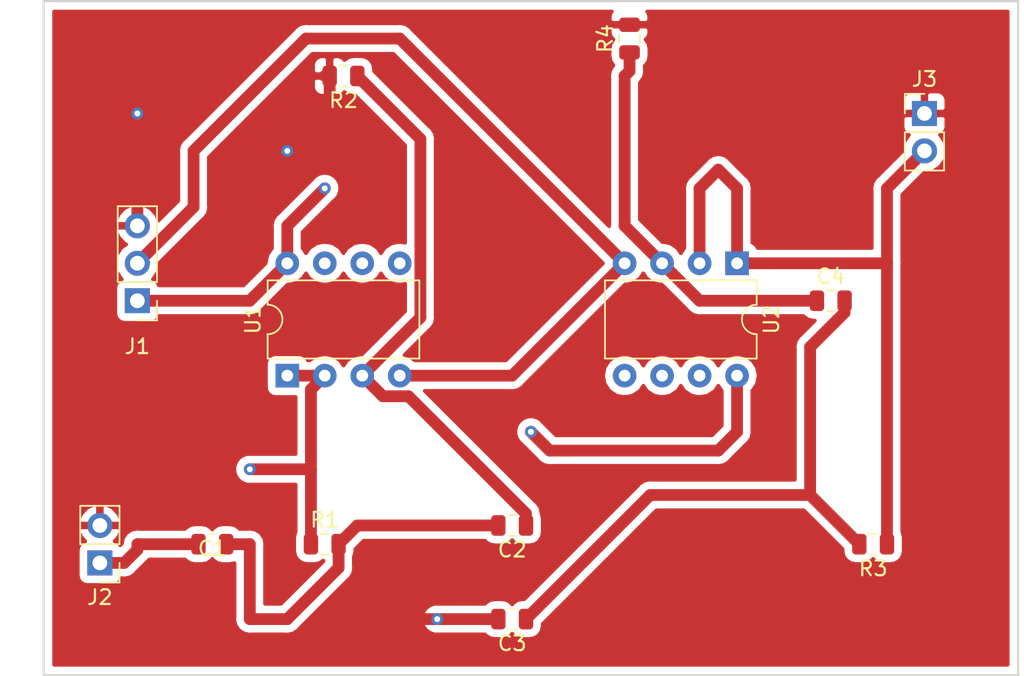
<source format=kicad_pcb>
(kicad_pcb (version 20171130) (host pcbnew "(5.0.2)-1")

  (general
    (thickness 1.6)
    (drawings 5)
    (tracks 87)
    (zones 0)
    (modules 13)
    (nets 11)
  )

  (page A4)
  (layers
    (0 F.Cu signal)
    (31 B.Cu signal)
    (32 B.Adhes user)
    (33 F.Adhes user)
    (34 B.Paste user)
    (35 F.Paste user)
    (36 B.SilkS user)
    (37 F.SilkS user)
    (38 B.Mask user)
    (39 F.Mask user)
    (40 Dwgs.User user)
    (41 Cmts.User user)
    (42 Eco1.User user)
    (43 Eco2.User user)
    (44 Edge.Cuts user)
    (45 Margin user)
    (46 B.CrtYd user)
    (47 F.CrtYd user)
    (48 B.Fab user)
    (49 F.Fab user)
  )

  (setup
    (last_trace_width 0.8)
    (trace_clearance 0.2)
    (zone_clearance 0.508)
    (zone_45_only no)
    (trace_min 0.2)
    (segment_width 0.2)
    (edge_width 0.15)
    (via_size 0.8)
    (via_drill 0.4)
    (via_min_size 0.4)
    (via_min_drill 0.3)
    (uvia_size 0.3)
    (uvia_drill 0.1)
    (uvias_allowed no)
    (uvia_min_size 0.2)
    (uvia_min_drill 0.1)
    (pcb_text_width 0.3)
    (pcb_text_size 1.5 1.5)
    (mod_edge_width 0.15)
    (mod_text_size 1 1)
    (mod_text_width 0.15)
    (pad_size 1.524 1.524)
    (pad_drill 0.762)
    (pad_to_mask_clearance 0.051)
    (solder_mask_min_width 0.25)
    (aux_axis_origin 0 0)
    (visible_elements FFFFFF7F)
    (pcbplotparams
      (layerselection 0x010fc_ffffffff)
      (usegerberextensions false)
      (usegerberattributes false)
      (usegerberadvancedattributes false)
      (creategerberjobfile false)
      (excludeedgelayer true)
      (linewidth 0.100000)
      (plotframeref false)
      (viasonmask false)
      (mode 1)
      (useauxorigin false)
      (hpglpennumber 1)
      (hpglpenspeed 20)
      (hpglpendiameter 15.000000)
      (psnegative false)
      (psa4output false)
      (plotreference true)
      (plotvalue true)
      (plotinvisibletext false)
      (padsonsilk false)
      (subtractmaskfromsilk false)
      (outputformat 1)
      (mirror false)
      (drillshape 1)
      (scaleselection 1)
      (outputdirectory ""))
  )

  (net 0 "")
  (net 1 "Net-(C1-Pad2)")
  (net 2 "Net-(C1-Pad1)")
  (net 3 "Net-(C2-Pad1)")
  (net 4 "Net-(C3-Pad2)")
  (net 5 "Net-(C3-Pad1)")
  (net 6 "Net-(C4-Pad1)")
  (net 7 +15V)
  (net 8 -15V)
  (net 9 GND)
  (net 10 "Net-(J3-Pad2)")

  (net_class Default "Esta es la clase de red por defecto."
    (clearance 0.2)
    (trace_width 0.8)
    (via_dia 0.8)
    (via_drill 0.4)
    (uvia_dia 0.3)
    (uvia_drill 0.1)
    (add_net +15V)
    (add_net -15V)
    (add_net GND)
    (add_net "Net-(C1-Pad1)")
    (add_net "Net-(C1-Pad2)")
    (add_net "Net-(C2-Pad1)")
    (add_net "Net-(C3-Pad1)")
    (add_net "Net-(C3-Pad2)")
    (add_net "Net-(C4-Pad1)")
    (add_net "Net-(J3-Pad2)")
  )

  (module Capacitor_SMD:C_0805_2012Metric (layer F.Cu) (tedit 5B36C52B) (tstamp 5C49BE0A)
    (at 107.95 88.9 180)
    (descr "Capacitor SMD 0805 (2012 Metric), square (rectangular) end terminal, IPC_7351 nominal, (Body size source: https://docs.google.com/spreadsheets/d/1BsfQQcO9C6DZCsRaXUlFlo91Tg2WpOkGARC1WS5S8t0/edit?usp=sharing), generated with kicad-footprint-generator")
    (tags capacitor)
    (path /5C47B8DA)
    (attr smd)
    (fp_text reference C1 (at 0 -0.295001 180) (layer F.SilkS)
      (effects (font (size 1 1) (thickness 0.15)))
    )
    (fp_text value C (at 0 1.65 180) (layer F.Fab)
      (effects (font (size 1 1) (thickness 0.15)))
    )
    (fp_text user %R (at 0 0 180) (layer F.Fab)
      (effects (font (size 0.5 0.5) (thickness 0.08)))
    )
    (fp_line (start 1.68 0.95) (end -1.68 0.95) (layer F.CrtYd) (width 0.05))
    (fp_line (start 1.68 -0.95) (end 1.68 0.95) (layer F.CrtYd) (width 0.05))
    (fp_line (start -1.68 -0.95) (end 1.68 -0.95) (layer F.CrtYd) (width 0.05))
    (fp_line (start -1.68 0.95) (end -1.68 -0.95) (layer F.CrtYd) (width 0.05))
    (fp_line (start -0.258578 0.71) (end 0.258578 0.71) (layer F.SilkS) (width 0.12))
    (fp_line (start -0.258578 -0.71) (end 0.258578 -0.71) (layer F.SilkS) (width 0.12))
    (fp_line (start 1 0.6) (end -1 0.6) (layer F.Fab) (width 0.1))
    (fp_line (start 1 -0.6) (end 1 0.6) (layer F.Fab) (width 0.1))
    (fp_line (start -1 -0.6) (end 1 -0.6) (layer F.Fab) (width 0.1))
    (fp_line (start -1 0.6) (end -1 -0.6) (layer F.Fab) (width 0.1))
    (pad 2 smd roundrect (at 0.9375 0 180) (size 0.975 1.4) (layers F.Cu F.Paste F.Mask) (roundrect_rratio 0.25)
      (net 1 "Net-(C1-Pad2)"))
    (pad 1 smd roundrect (at -0.9375 0 180) (size 0.975 1.4) (layers F.Cu F.Paste F.Mask) (roundrect_rratio 0.25)
      (net 2 "Net-(C1-Pad1)"))
    (model ${KISYS3DMOD}/Capacitor_SMD.3dshapes/C_0805_2012Metric.wrl
      (at (xyz 0 0 0))
      (scale (xyz 1 1 1))
      (rotate (xyz 0 0 0))
    )
  )

  (module Capacitor_SMD:C_0805_2012Metric (layer F.Cu) (tedit 5B36C52B) (tstamp 5C49BE1B)
    (at 128.27 87.63 180)
    (descr "Capacitor SMD 0805 (2012 Metric), square (rectangular) end terminal, IPC_7351 nominal, (Body size source: https://docs.google.com/spreadsheets/d/1BsfQQcO9C6DZCsRaXUlFlo91Tg2WpOkGARC1WS5S8t0/edit?usp=sharing), generated with kicad-footprint-generator")
    (tags capacitor)
    (path /5C475963)
    (attr smd)
    (fp_text reference C2 (at 0 -1.65 180) (layer F.SilkS)
      (effects (font (size 1 1) (thickness 0.15)))
    )
    (fp_text value C (at 0 1.65 180) (layer F.Fab)
      (effects (font (size 1 1) (thickness 0.15)))
    )
    (fp_line (start -1 0.6) (end -1 -0.6) (layer F.Fab) (width 0.1))
    (fp_line (start -1 -0.6) (end 1 -0.6) (layer F.Fab) (width 0.1))
    (fp_line (start 1 -0.6) (end 1 0.6) (layer F.Fab) (width 0.1))
    (fp_line (start 1 0.6) (end -1 0.6) (layer F.Fab) (width 0.1))
    (fp_line (start -0.258578 -0.71) (end 0.258578 -0.71) (layer F.SilkS) (width 0.12))
    (fp_line (start -0.258578 0.71) (end 0.258578 0.71) (layer F.SilkS) (width 0.12))
    (fp_line (start -1.68 0.95) (end -1.68 -0.95) (layer F.CrtYd) (width 0.05))
    (fp_line (start -1.68 -0.95) (end 1.68 -0.95) (layer F.CrtYd) (width 0.05))
    (fp_line (start 1.68 -0.95) (end 1.68 0.95) (layer F.CrtYd) (width 0.05))
    (fp_line (start 1.68 0.95) (end -1.68 0.95) (layer F.CrtYd) (width 0.05))
    (fp_text user %R (at 0 0 180) (layer F.Fab)
      (effects (font (size 0.5 0.5) (thickness 0.08)))
    )
    (pad 1 smd roundrect (at -0.9375 0 180) (size 0.975 1.4) (layers F.Cu F.Paste F.Mask) (roundrect_rratio 0.25)
      (net 3 "Net-(C2-Pad1)"))
    (pad 2 smd roundrect (at 0.9375 0 180) (size 0.975 1.4) (layers F.Cu F.Paste F.Mask) (roundrect_rratio 0.25)
      (net 2 "Net-(C1-Pad1)"))
    (model ${KISYS3DMOD}/Capacitor_SMD.3dshapes/C_0805_2012Metric.wrl
      (at (xyz 0 0 0))
      (scale (xyz 1 1 1))
      (rotate (xyz 0 0 0))
    )
  )

  (module Resistor_SMD:R_0805_2012Metric (layer F.Cu) (tedit 5B36C52B) (tstamp 5C49BE91)
    (at 115.57 88.9)
    (descr "Resistor SMD 0805 (2012 Metric), square (rectangular) end terminal, IPC_7351 nominal, (Body size source: https://docs.google.com/spreadsheets/d/1BsfQQcO9C6DZCsRaXUlFlo91Tg2WpOkGARC1WS5S8t0/edit?usp=sharing), generated with kicad-footprint-generator")
    (tags resistor)
    (path /5C4754AB)
    (attr smd)
    (fp_text reference R1 (at 0 -1.65) (layer F.SilkS)
      (effects (font (size 1 1) (thickness 0.15)))
    )
    (fp_text value R (at 0 1.65) (layer F.Fab)
      (effects (font (size 1 1) (thickness 0.15)))
    )
    (fp_line (start -1 0.6) (end -1 -0.6) (layer F.Fab) (width 0.1))
    (fp_line (start -1 -0.6) (end 1 -0.6) (layer F.Fab) (width 0.1))
    (fp_line (start 1 -0.6) (end 1 0.6) (layer F.Fab) (width 0.1))
    (fp_line (start 1 0.6) (end -1 0.6) (layer F.Fab) (width 0.1))
    (fp_line (start -0.258578 -0.71) (end 0.258578 -0.71) (layer F.SilkS) (width 0.12))
    (fp_line (start -0.258578 0.71) (end 0.258578 0.71) (layer F.SilkS) (width 0.12))
    (fp_line (start -1.68 0.95) (end -1.68 -0.95) (layer F.CrtYd) (width 0.05))
    (fp_line (start -1.68 -0.95) (end 1.68 -0.95) (layer F.CrtYd) (width 0.05))
    (fp_line (start 1.68 -0.95) (end 1.68 0.95) (layer F.CrtYd) (width 0.05))
    (fp_line (start 1.68 0.95) (end -1.68 0.95) (layer F.CrtYd) (width 0.05))
    (fp_text user %R (at 0 0) (layer F.Fab)
      (effects (font (size 0.5 0.5) (thickness 0.08)))
    )
    (pad 1 smd roundrect (at -0.9375 0) (size 0.975 1.4) (layers F.Cu F.Paste F.Mask) (roundrect_rratio 0.25)
      (net 4 "Net-(C3-Pad2)"))
    (pad 2 smd roundrect (at 0.9375 0) (size 0.975 1.4) (layers F.Cu F.Paste F.Mask) (roundrect_rratio 0.25)
      (net 2 "Net-(C1-Pad1)"))
    (model ${KISYS3DMOD}/Resistor_SMD.3dshapes/R_0805_2012Metric.wrl
      (at (xyz 0 0 0))
      (scale (xyz 1 1 1))
      (rotate (xyz 0 0 0))
    )
  )

  (module Capacitor_SMD:C_0805_2012Metric (layer F.Cu) (tedit 5B36C52B) (tstamp 5C49BE2C)
    (at 128.27 93.98 180)
    (descr "Capacitor SMD 0805 (2012 Metric), square (rectangular) end terminal, IPC_7351 nominal, (Body size source: https://docs.google.com/spreadsheets/d/1BsfQQcO9C6DZCsRaXUlFlo91Tg2WpOkGARC1WS5S8t0/edit?usp=sharing), generated with kicad-footprint-generator")
    (tags capacitor)
    (path /5C4759A5)
    (attr smd)
    (fp_text reference C3 (at 0 -1.65 180) (layer F.SilkS)
      (effects (font (size 1 1) (thickness 0.15)))
    )
    (fp_text value C (at 0 1.65 180) (layer F.Fab)
      (effects (font (size 1 1) (thickness 0.15)))
    )
    (fp_text user %R (at 0 0 180) (layer F.Fab)
      (effects (font (size 0.5 0.5) (thickness 0.08)))
    )
    (fp_line (start 1.68 0.95) (end -1.68 0.95) (layer F.CrtYd) (width 0.05))
    (fp_line (start 1.68 -0.95) (end 1.68 0.95) (layer F.CrtYd) (width 0.05))
    (fp_line (start -1.68 -0.95) (end 1.68 -0.95) (layer F.CrtYd) (width 0.05))
    (fp_line (start -1.68 0.95) (end -1.68 -0.95) (layer F.CrtYd) (width 0.05))
    (fp_line (start -0.258578 0.71) (end 0.258578 0.71) (layer F.SilkS) (width 0.12))
    (fp_line (start -0.258578 -0.71) (end 0.258578 -0.71) (layer F.SilkS) (width 0.12))
    (fp_line (start 1 0.6) (end -1 0.6) (layer F.Fab) (width 0.1))
    (fp_line (start 1 -0.6) (end 1 0.6) (layer F.Fab) (width 0.1))
    (fp_line (start -1 -0.6) (end 1 -0.6) (layer F.Fab) (width 0.1))
    (fp_line (start -1 0.6) (end -1 -0.6) (layer F.Fab) (width 0.1))
    (pad 2 smd roundrect (at 0.9375 0 180) (size 0.975 1.4) (layers F.Cu F.Paste F.Mask) (roundrect_rratio 0.25)
      (net 4 "Net-(C3-Pad2)"))
    (pad 1 smd roundrect (at -0.9375 0 180) (size 0.975 1.4) (layers F.Cu F.Paste F.Mask) (roundrect_rratio 0.25)
      (net 5 "Net-(C3-Pad1)"))
    (model ${KISYS3DMOD}/Capacitor_SMD.3dshapes/C_0805_2012Metric.wrl
      (at (xyz 0 0 0))
      (scale (xyz 1 1 1))
      (rotate (xyz 0 0 0))
    )
  )

  (module Capacitor_SMD:C_0805_2012Metric (layer F.Cu) (tedit 5B36C52B) (tstamp 5C49BE3D)
    (at 149.86 72.39)
    (descr "Capacitor SMD 0805 (2012 Metric), square (rectangular) end terminal, IPC_7351 nominal, (Body size source: https://docs.google.com/spreadsheets/d/1BsfQQcO9C6DZCsRaXUlFlo91Tg2WpOkGARC1WS5S8t0/edit?usp=sharing), generated with kicad-footprint-generator")
    (tags capacitor)
    (path /5C475AC9)
    (attr smd)
    (fp_text reference C4 (at 0 -1.65) (layer F.SilkS)
      (effects (font (size 1 1) (thickness 0.15)))
    )
    (fp_text value C (at 0 1.65) (layer F.Fab)
      (effects (font (size 1 1) (thickness 0.15)))
    )
    (fp_line (start -1 0.6) (end -1 -0.6) (layer F.Fab) (width 0.1))
    (fp_line (start -1 -0.6) (end 1 -0.6) (layer F.Fab) (width 0.1))
    (fp_line (start 1 -0.6) (end 1 0.6) (layer F.Fab) (width 0.1))
    (fp_line (start 1 0.6) (end -1 0.6) (layer F.Fab) (width 0.1))
    (fp_line (start -0.258578 -0.71) (end 0.258578 -0.71) (layer F.SilkS) (width 0.12))
    (fp_line (start -0.258578 0.71) (end 0.258578 0.71) (layer F.SilkS) (width 0.12))
    (fp_line (start -1.68 0.95) (end -1.68 -0.95) (layer F.CrtYd) (width 0.05))
    (fp_line (start -1.68 -0.95) (end 1.68 -0.95) (layer F.CrtYd) (width 0.05))
    (fp_line (start 1.68 -0.95) (end 1.68 0.95) (layer F.CrtYd) (width 0.05))
    (fp_line (start 1.68 0.95) (end -1.68 0.95) (layer F.CrtYd) (width 0.05))
    (fp_text user %R (at 0 0) (layer F.Fab)
      (effects (font (size 0.5 0.5) (thickness 0.08)))
    )
    (pad 1 smd roundrect (at -0.9375 0) (size 0.975 1.4) (layers F.Cu F.Paste F.Mask) (roundrect_rratio 0.25)
      (net 6 "Net-(C4-Pad1)"))
    (pad 2 smd roundrect (at 0.9375 0) (size 0.975 1.4) (layers F.Cu F.Paste F.Mask) (roundrect_rratio 0.25)
      (net 5 "Net-(C3-Pad1)"))
    (model ${KISYS3DMOD}/Capacitor_SMD.3dshapes/C_0805_2012Metric.wrl
      (at (xyz 0 0 0))
      (scale (xyz 1 1 1))
      (rotate (xyz 0 0 0))
    )
  )

  (module Connector_PinHeader_2.54mm:PinHeader_1x03_P2.54mm_Vertical (layer F.Cu) (tedit 59FED5CC) (tstamp 5C49BE54)
    (at 102.87 72.39 180)
    (descr "Through hole straight pin header, 1x03, 2.54mm pitch, single row")
    (tags "Through hole pin header THT 1x03 2.54mm single row")
    (path /5C4751E2)
    (fp_text reference J1 (at 0 -3.095001 180) (layer F.SilkS)
      (effects (font (size 1 1) (thickness 0.15)))
    )
    (fp_text value Conn_01x03_Male (at 0 7.41 180) (layer F.Fab)
      (effects (font (size 1 1) (thickness 0.15)))
    )
    (fp_line (start -0.635 -1.27) (end 1.27 -1.27) (layer F.Fab) (width 0.1))
    (fp_line (start 1.27 -1.27) (end 1.27 6.35) (layer F.Fab) (width 0.1))
    (fp_line (start 1.27 6.35) (end -1.27 6.35) (layer F.Fab) (width 0.1))
    (fp_line (start -1.27 6.35) (end -1.27 -0.635) (layer F.Fab) (width 0.1))
    (fp_line (start -1.27 -0.635) (end -0.635 -1.27) (layer F.Fab) (width 0.1))
    (fp_line (start -1.33 6.41) (end 1.33 6.41) (layer F.SilkS) (width 0.12))
    (fp_line (start -1.33 1.27) (end -1.33 6.41) (layer F.SilkS) (width 0.12))
    (fp_line (start 1.33 1.27) (end 1.33 6.41) (layer F.SilkS) (width 0.12))
    (fp_line (start -1.33 1.27) (end 1.33 1.27) (layer F.SilkS) (width 0.12))
    (fp_line (start -1.33 0) (end -1.33 -1.33) (layer F.SilkS) (width 0.12))
    (fp_line (start -1.33 -1.33) (end 0 -1.33) (layer F.SilkS) (width 0.12))
    (fp_line (start -1.8 -1.8) (end -1.8 6.85) (layer F.CrtYd) (width 0.05))
    (fp_line (start -1.8 6.85) (end 1.8 6.85) (layer F.CrtYd) (width 0.05))
    (fp_line (start 1.8 6.85) (end 1.8 -1.8) (layer F.CrtYd) (width 0.05))
    (fp_line (start 1.8 -1.8) (end -1.8 -1.8) (layer F.CrtYd) (width 0.05))
    (fp_text user %R (at 0 2.54 270) (layer F.Fab)
      (effects (font (size 1 1) (thickness 0.15)))
    )
    (pad 1 thru_hole rect (at 0 0 180) (size 1.7 1.7) (drill 1) (layers *.Cu *.Mask)
      (net 7 +15V))
    (pad 2 thru_hole oval (at 0 2.54 180) (size 1.7 1.7) (drill 1) (layers *.Cu *.Mask)
      (net 8 -15V))
    (pad 3 thru_hole oval (at 0 5.08 180) (size 1.7 1.7) (drill 1) (layers *.Cu *.Mask)
      (net 9 GND))
    (model ${KISYS3DMOD}/Connector_PinHeader_2.54mm.3dshapes/PinHeader_1x03_P2.54mm_Vertical.wrl
      (at (xyz 0 0 0))
      (scale (xyz 1 1 1))
      (rotate (xyz 0 0 0))
    )
  )

  (module Connector_PinHeader_2.54mm:PinHeader_1x02_P2.54mm_Vertical (layer F.Cu) (tedit 59FED5CC) (tstamp 5C49BE6A)
    (at 100.33 90.17 180)
    (descr "Through hole straight pin header, 1x02, 2.54mm pitch, single row")
    (tags "Through hole pin header THT 1x02 2.54mm single row")
    (path /5C47526A)
    (fp_text reference J2 (at 0 -2.33 180) (layer F.SilkS)
      (effects (font (size 1 1) (thickness 0.15)))
    )
    (fp_text value Conn_01x02_Male (at 0 4.87 180) (layer F.Fab)
      (effects (font (size 1 1) (thickness 0.15)))
    )
    (fp_line (start -0.635 -1.27) (end 1.27 -1.27) (layer F.Fab) (width 0.1))
    (fp_line (start 1.27 -1.27) (end 1.27 3.81) (layer F.Fab) (width 0.1))
    (fp_line (start 1.27 3.81) (end -1.27 3.81) (layer F.Fab) (width 0.1))
    (fp_line (start -1.27 3.81) (end -1.27 -0.635) (layer F.Fab) (width 0.1))
    (fp_line (start -1.27 -0.635) (end -0.635 -1.27) (layer F.Fab) (width 0.1))
    (fp_line (start -1.33 3.87) (end 1.33 3.87) (layer F.SilkS) (width 0.12))
    (fp_line (start -1.33 1.27) (end -1.33 3.87) (layer F.SilkS) (width 0.12))
    (fp_line (start 1.33 1.27) (end 1.33 3.87) (layer F.SilkS) (width 0.12))
    (fp_line (start -1.33 1.27) (end 1.33 1.27) (layer F.SilkS) (width 0.12))
    (fp_line (start -1.33 0) (end -1.33 -1.33) (layer F.SilkS) (width 0.12))
    (fp_line (start -1.33 -1.33) (end 0 -1.33) (layer F.SilkS) (width 0.12))
    (fp_line (start -1.8 -1.8) (end -1.8 4.35) (layer F.CrtYd) (width 0.05))
    (fp_line (start -1.8 4.35) (end 1.8 4.35) (layer F.CrtYd) (width 0.05))
    (fp_line (start 1.8 4.35) (end 1.8 -1.8) (layer F.CrtYd) (width 0.05))
    (fp_line (start 1.8 -1.8) (end -1.8 -1.8) (layer F.CrtYd) (width 0.05))
    (fp_text user %R (at 0 1.27 270) (layer F.Fab)
      (effects (font (size 1 1) (thickness 0.15)))
    )
    (pad 1 thru_hole rect (at 0 0 180) (size 1.7 1.7) (drill 1) (layers *.Cu *.Mask)
      (net 1 "Net-(C1-Pad2)"))
    (pad 2 thru_hole oval (at 0 2.54 180) (size 1.7 1.7) (drill 1) (layers *.Cu *.Mask)
      (net 9 GND))
    (model ${KISYS3DMOD}/Connector_PinHeader_2.54mm.3dshapes/PinHeader_1x02_P2.54mm_Vertical.wrl
      (at (xyz 0 0 0))
      (scale (xyz 1 1 1))
      (rotate (xyz 0 0 0))
    )
  )

  (module Connector_PinHeader_2.54mm:PinHeader_1x02_P2.54mm_Vertical (layer F.Cu) (tedit 59FED5CC) (tstamp 5C49BE80)
    (at 156.21 59.69)
    (descr "Through hole straight pin header, 1x02, 2.54mm pitch, single row")
    (tags "Through hole pin header THT 1x02 2.54mm single row")
    (path /5C49C011)
    (fp_text reference J3 (at 0 -2.33) (layer F.SilkS)
      (effects (font (size 1 1) (thickness 0.15)))
    )
    (fp_text value Conn_01x02_Male (at 0 4.87) (layer F.Fab)
      (effects (font (size 1 1) (thickness 0.15)))
    )
    (fp_text user %R (at 0 1.27 90) (layer F.Fab)
      (effects (font (size 1 1) (thickness 0.15)))
    )
    (fp_line (start 1.8 -1.8) (end -1.8 -1.8) (layer F.CrtYd) (width 0.05))
    (fp_line (start 1.8 4.35) (end 1.8 -1.8) (layer F.CrtYd) (width 0.05))
    (fp_line (start -1.8 4.35) (end 1.8 4.35) (layer F.CrtYd) (width 0.05))
    (fp_line (start -1.8 -1.8) (end -1.8 4.35) (layer F.CrtYd) (width 0.05))
    (fp_line (start -1.33 -1.33) (end 0 -1.33) (layer F.SilkS) (width 0.12))
    (fp_line (start -1.33 0) (end -1.33 -1.33) (layer F.SilkS) (width 0.12))
    (fp_line (start -1.33 1.27) (end 1.33 1.27) (layer F.SilkS) (width 0.12))
    (fp_line (start 1.33 1.27) (end 1.33 3.87) (layer F.SilkS) (width 0.12))
    (fp_line (start -1.33 1.27) (end -1.33 3.87) (layer F.SilkS) (width 0.12))
    (fp_line (start -1.33 3.87) (end 1.33 3.87) (layer F.SilkS) (width 0.12))
    (fp_line (start -1.27 -0.635) (end -0.635 -1.27) (layer F.Fab) (width 0.1))
    (fp_line (start -1.27 3.81) (end -1.27 -0.635) (layer F.Fab) (width 0.1))
    (fp_line (start 1.27 3.81) (end -1.27 3.81) (layer F.Fab) (width 0.1))
    (fp_line (start 1.27 -1.27) (end 1.27 3.81) (layer F.Fab) (width 0.1))
    (fp_line (start -0.635 -1.27) (end 1.27 -1.27) (layer F.Fab) (width 0.1))
    (pad 2 thru_hole oval (at 0 2.54) (size 1.7 1.7) (drill 1) (layers *.Cu *.Mask)
      (net 10 "Net-(J3-Pad2)"))
    (pad 1 thru_hole rect (at 0 0) (size 1.7 1.7) (drill 1) (layers *.Cu *.Mask)
      (net 9 GND))
    (model ${KISYS3DMOD}/Connector_PinHeader_2.54mm.3dshapes/PinHeader_1x02_P2.54mm_Vertical.wrl
      (at (xyz 0 0 0))
      (scale (xyz 1 1 1))
      (rotate (xyz 0 0 0))
    )
  )

  (module Resistor_SMD:R_0805_2012Metric (layer F.Cu) (tedit 5B36C52B) (tstamp 5C49BEA2)
    (at 116.84 57.15 180)
    (descr "Resistor SMD 0805 (2012 Metric), square (rectangular) end terminal, IPC_7351 nominal, (Body size source: https://docs.google.com/spreadsheets/d/1BsfQQcO9C6DZCsRaXUlFlo91Tg2WpOkGARC1WS5S8t0/edit?usp=sharing), generated with kicad-footprint-generator")
    (tags resistor)
    (path /5C47543B)
    (attr smd)
    (fp_text reference R2 (at 0 -1.65 180) (layer F.SilkS)
      (effects (font (size 1 1) (thickness 0.15)))
    )
    (fp_text value R (at 0 1.65 180) (layer F.Fab)
      (effects (font (size 1 1) (thickness 0.15)))
    )
    (fp_text user %R (at 0 0 180) (layer F.Fab)
      (effects (font (size 0.5 0.5) (thickness 0.08)))
    )
    (fp_line (start 1.68 0.95) (end -1.68 0.95) (layer F.CrtYd) (width 0.05))
    (fp_line (start 1.68 -0.95) (end 1.68 0.95) (layer F.CrtYd) (width 0.05))
    (fp_line (start -1.68 -0.95) (end 1.68 -0.95) (layer F.CrtYd) (width 0.05))
    (fp_line (start -1.68 0.95) (end -1.68 -0.95) (layer F.CrtYd) (width 0.05))
    (fp_line (start -0.258578 0.71) (end 0.258578 0.71) (layer F.SilkS) (width 0.12))
    (fp_line (start -0.258578 -0.71) (end 0.258578 -0.71) (layer F.SilkS) (width 0.12))
    (fp_line (start 1 0.6) (end -1 0.6) (layer F.Fab) (width 0.1))
    (fp_line (start 1 -0.6) (end 1 0.6) (layer F.Fab) (width 0.1))
    (fp_line (start -1 -0.6) (end 1 -0.6) (layer F.Fab) (width 0.1))
    (fp_line (start -1 0.6) (end -1 -0.6) (layer F.Fab) (width 0.1))
    (pad 2 smd roundrect (at 0.9375 0 180) (size 0.975 1.4) (layers F.Cu F.Paste F.Mask) (roundrect_rratio 0.25)
      (net 9 GND))
    (pad 1 smd roundrect (at -0.9375 0 180) (size 0.975 1.4) (layers F.Cu F.Paste F.Mask) (roundrect_rratio 0.25)
      (net 3 "Net-(C2-Pad1)"))
    (model ${KISYS3DMOD}/Resistor_SMD.3dshapes/R_0805_2012Metric.wrl
      (at (xyz 0 0 0))
      (scale (xyz 1 1 1))
      (rotate (xyz 0 0 0))
    )
  )

  (module Resistor_SMD:R_0805_2012Metric (layer F.Cu) (tedit 5B36C52B) (tstamp 5C49BEB3)
    (at 152.7325 88.9 180)
    (descr "Resistor SMD 0805 (2012 Metric), square (rectangular) end terminal, IPC_7351 nominal, (Body size source: https://docs.google.com/spreadsheets/d/1BsfQQcO9C6DZCsRaXUlFlo91Tg2WpOkGARC1WS5S8t0/edit?usp=sharing), generated with kicad-footprint-generator")
    (tags resistor)
    (path /5C4754EB)
    (attr smd)
    (fp_text reference R3 (at 0 -1.65 180) (layer F.SilkS)
      (effects (font (size 1 1) (thickness 0.15)))
    )
    (fp_text value R (at 0 1.65 180) (layer F.Fab)
      (effects (font (size 1 1) (thickness 0.15)))
    )
    (fp_text user %R (at 0 0 180) (layer F.Fab)
      (effects (font (size 0.5 0.5) (thickness 0.08)))
    )
    (fp_line (start 1.68 0.95) (end -1.68 0.95) (layer F.CrtYd) (width 0.05))
    (fp_line (start 1.68 -0.95) (end 1.68 0.95) (layer F.CrtYd) (width 0.05))
    (fp_line (start -1.68 -0.95) (end 1.68 -0.95) (layer F.CrtYd) (width 0.05))
    (fp_line (start -1.68 0.95) (end -1.68 -0.95) (layer F.CrtYd) (width 0.05))
    (fp_line (start -0.258578 0.71) (end 0.258578 0.71) (layer F.SilkS) (width 0.12))
    (fp_line (start -0.258578 -0.71) (end 0.258578 -0.71) (layer F.SilkS) (width 0.12))
    (fp_line (start 1 0.6) (end -1 0.6) (layer F.Fab) (width 0.1))
    (fp_line (start 1 -0.6) (end 1 0.6) (layer F.Fab) (width 0.1))
    (fp_line (start -1 -0.6) (end 1 -0.6) (layer F.Fab) (width 0.1))
    (fp_line (start -1 0.6) (end -1 -0.6) (layer F.Fab) (width 0.1))
    (pad 2 smd roundrect (at 0.9375 0 180) (size 0.975 1.4) (layers F.Cu F.Paste F.Mask) (roundrect_rratio 0.25)
      (net 5 "Net-(C3-Pad1)"))
    (pad 1 smd roundrect (at -0.9375 0 180) (size 0.975 1.4) (layers F.Cu F.Paste F.Mask) (roundrect_rratio 0.25)
      (net 10 "Net-(J3-Pad2)"))
    (model ${KISYS3DMOD}/Resistor_SMD.3dshapes/R_0805_2012Metric.wrl
      (at (xyz 0 0 0))
      (scale (xyz 1 1 1))
      (rotate (xyz 0 0 0))
    )
  )

  (module Resistor_SMD:R_0805_2012Metric (layer F.Cu) (tedit 5B36C52B) (tstamp 5C49BEC4)
    (at 136.2225 54.61 90)
    (descr "Resistor SMD 0805 (2012 Metric), square (rectangular) end terminal, IPC_7351 nominal, (Body size source: https://docs.google.com/spreadsheets/d/1BsfQQcO9C6DZCsRaXUlFlo91Tg2WpOkGARC1WS5S8t0/edit?usp=sharing), generated with kicad-footprint-generator")
    (tags resistor)
    (path /5C475329)
    (attr smd)
    (fp_text reference R4 (at 0 -1.65 90) (layer F.SilkS)
      (effects (font (size 1 1) (thickness 0.15)))
    )
    (fp_text value R (at 0 1.65 90) (layer F.Fab)
      (effects (font (size 1 1) (thickness 0.15)))
    )
    (fp_line (start -1 0.6) (end -1 -0.6) (layer F.Fab) (width 0.1))
    (fp_line (start -1 -0.6) (end 1 -0.6) (layer F.Fab) (width 0.1))
    (fp_line (start 1 -0.6) (end 1 0.6) (layer F.Fab) (width 0.1))
    (fp_line (start 1 0.6) (end -1 0.6) (layer F.Fab) (width 0.1))
    (fp_line (start -0.258578 -0.71) (end 0.258578 -0.71) (layer F.SilkS) (width 0.12))
    (fp_line (start -0.258578 0.71) (end 0.258578 0.71) (layer F.SilkS) (width 0.12))
    (fp_line (start -1.68 0.95) (end -1.68 -0.95) (layer F.CrtYd) (width 0.05))
    (fp_line (start -1.68 -0.95) (end 1.68 -0.95) (layer F.CrtYd) (width 0.05))
    (fp_line (start 1.68 -0.95) (end 1.68 0.95) (layer F.CrtYd) (width 0.05))
    (fp_line (start 1.68 0.95) (end -1.68 0.95) (layer F.CrtYd) (width 0.05))
    (fp_text user %R (at 0 0 90) (layer F.Fab)
      (effects (font (size 0.5 0.5) (thickness 0.08)))
    )
    (pad 1 smd roundrect (at -0.9375 0 90) (size 0.975 1.4) (layers F.Cu F.Paste F.Mask) (roundrect_rratio 0.25)
      (net 6 "Net-(C4-Pad1)"))
    (pad 2 smd roundrect (at 0.9375 0 90) (size 0.975 1.4) (layers F.Cu F.Paste F.Mask) (roundrect_rratio 0.25)
      (net 9 GND))
    (model ${KISYS3DMOD}/Resistor_SMD.3dshapes/R_0805_2012Metric.wrl
      (at (xyz 0 0 0))
      (scale (xyz 1 1 1))
      (rotate (xyz 0 0 0))
    )
  )

  (module Package_DIP:DIP-8_W7.62mm (layer F.Cu) (tedit 5A02E8C5) (tstamp 5C49BEE0)
    (at 113.03 77.47 90)
    (descr "8-lead though-hole mounted DIP package, row spacing 7.62 mm (300 mils)")
    (tags "THT DIP DIL PDIP 2.54mm 7.62mm 300mil")
    (path /5C475002)
    (fp_text reference U1 (at 3.81 -2.33 90) (layer F.SilkS)
      (effects (font (size 1 1) (thickness 0.15)))
    )
    (fp_text value LM358 (at 3.81 9.95 90) (layer F.Fab)
      (effects (font (size 1 1) (thickness 0.15)))
    )
    (fp_arc (start 3.81 -1.33) (end 2.81 -1.33) (angle -180) (layer F.SilkS) (width 0.12))
    (fp_line (start 1.635 -1.27) (end 6.985 -1.27) (layer F.Fab) (width 0.1))
    (fp_line (start 6.985 -1.27) (end 6.985 8.89) (layer F.Fab) (width 0.1))
    (fp_line (start 6.985 8.89) (end 0.635 8.89) (layer F.Fab) (width 0.1))
    (fp_line (start 0.635 8.89) (end 0.635 -0.27) (layer F.Fab) (width 0.1))
    (fp_line (start 0.635 -0.27) (end 1.635 -1.27) (layer F.Fab) (width 0.1))
    (fp_line (start 2.81 -1.33) (end 1.16 -1.33) (layer F.SilkS) (width 0.12))
    (fp_line (start 1.16 -1.33) (end 1.16 8.95) (layer F.SilkS) (width 0.12))
    (fp_line (start 1.16 8.95) (end 6.46 8.95) (layer F.SilkS) (width 0.12))
    (fp_line (start 6.46 8.95) (end 6.46 -1.33) (layer F.SilkS) (width 0.12))
    (fp_line (start 6.46 -1.33) (end 4.81 -1.33) (layer F.SilkS) (width 0.12))
    (fp_line (start -1.1 -1.55) (end -1.1 9.15) (layer F.CrtYd) (width 0.05))
    (fp_line (start -1.1 9.15) (end 8.7 9.15) (layer F.CrtYd) (width 0.05))
    (fp_line (start 8.7 9.15) (end 8.7 -1.55) (layer F.CrtYd) (width 0.05))
    (fp_line (start 8.7 -1.55) (end -1.1 -1.55) (layer F.CrtYd) (width 0.05))
    (fp_text user %R (at 3.81 3.81 90) (layer F.Fab)
      (effects (font (size 1 1) (thickness 0.15)))
    )
    (pad 1 thru_hole rect (at 0 0 90) (size 1.6 1.6) (drill 0.8) (layers *.Cu *.Mask)
      (net 4 "Net-(C3-Pad2)"))
    (pad 5 thru_hole oval (at 7.62 7.62 90) (size 1.6 1.6) (drill 0.8) (layers *.Cu *.Mask))
    (pad 2 thru_hole oval (at 0 2.54 90) (size 1.6 1.6) (drill 0.8) (layers *.Cu *.Mask)
      (net 4 "Net-(C3-Pad2)"))
    (pad 6 thru_hole oval (at 7.62 5.08 90) (size 1.6 1.6) (drill 0.8) (layers *.Cu *.Mask))
    (pad 3 thru_hole oval (at 0 5.08 90) (size 1.6 1.6) (drill 0.8) (layers *.Cu *.Mask)
      (net 3 "Net-(C2-Pad1)"))
    (pad 7 thru_hole oval (at 7.62 2.54 90) (size 1.6 1.6) (drill 0.8) (layers *.Cu *.Mask))
    (pad 4 thru_hole oval (at 0 7.62 90) (size 1.6 1.6) (drill 0.8) (layers *.Cu *.Mask)
      (net 8 -15V))
    (pad 8 thru_hole oval (at 7.62 0 90) (size 1.6 1.6) (drill 0.8) (layers *.Cu *.Mask)
      (net 7 +15V))
    (model ${KISYS3DMOD}/Package_DIP.3dshapes/DIP-8_W7.62mm.wrl
      (at (xyz 0 0 0))
      (scale (xyz 1 1 1))
      (rotate (xyz 0 0 0))
    )
  )

  (module Package_DIP:DIP-8_W7.62mm (layer F.Cu) (tedit 5C49C12B) (tstamp 5C49BEFC)
    (at 143.51 69.85 270)
    (descr "8-lead though-hole mounted DIP package, row spacing 7.62 mm (300 mils)")
    (tags "THT DIP DIL PDIP 2.54mm 7.62mm 300mil")
    (path /5C475062)
    (fp_text reference U2 (at 3.81 -2.33 270) (layer F.SilkS)
      (effects (font (size 1 1) (thickness 0.15)))
    )
    (fp_text value LM358 (at 3.81 9.95 270) (layer F.Fab)
      (effects (font (size 1 1) (thickness 0.15)))
    )
    (fp_text user %R (at 3.81 3.81 270) (layer F.Fab)
      (effects (font (size 1 1) (thickness 0.15)))
    )
    (fp_line (start 8.7 -1.55) (end -1.1 -1.55) (layer F.CrtYd) (width 0.05))
    (fp_line (start 8.7 9.15) (end 8.7 -1.55) (layer F.CrtYd) (width 0.05))
    (fp_line (start -1.1 9.15) (end 8.7 9.15) (layer F.CrtYd) (width 0.05))
    (fp_line (start -1.1 -1.55) (end -1.1 9.15) (layer F.CrtYd) (width 0.05))
    (fp_line (start 6.46 -1.33) (end 4.81 -1.33) (layer F.SilkS) (width 0.12))
    (fp_line (start 6.46 8.95) (end 6.46 -1.33) (layer F.SilkS) (width 0.12))
    (fp_line (start 1.16 8.95) (end 6.46 8.95) (layer F.SilkS) (width 0.12))
    (fp_line (start 1.16 -1.33) (end 1.16 8.95) (layer F.SilkS) (width 0.12))
    (fp_line (start 2.81 -1.33) (end 1.16 -1.33) (layer F.SilkS) (width 0.12))
    (fp_line (start 0.635 -0.27) (end 1.635 -1.27) (layer F.Fab) (width 0.1))
    (fp_line (start 0.635 8.89) (end 0.635 -0.27) (layer F.Fab) (width 0.1))
    (fp_line (start 6.985 8.89) (end 0.635 8.89) (layer F.Fab) (width 0.1))
    (fp_line (start 6.985 -1.27) (end 6.985 8.89) (layer F.Fab) (width 0.1))
    (fp_line (start 1.635 -1.27) (end 6.985 -1.27) (layer F.Fab) (width 0.1))
    (fp_arc (start 3.81 -1.33) (end 2.81 -1.33) (angle -180) (layer F.SilkS) (width 0.12))
    (pad 8 thru_hole oval (at 7.62 0 270) (size 1.6 1.6) (drill 0.8) (layers *.Cu *.Mask)
      (net 7 +15V))
    (pad 4 thru_hole oval (at 0 7.62 270) (size 1.6 1.6) (drill 0.8) (layers *.Cu *.Mask)
      (net 8 -15V))
    (pad 7 thru_hole oval (at 7.62 2.54 270) (size 1.6 1.6) (drill 0.8) (layers *.Cu *.Mask))
    (pad 3 thru_hole oval (at 0 5.08 270) (size 1.6 1.6) (drill 0.8) (layers *.Cu *.Mask)
      (net 6 "Net-(C4-Pad1)"))
    (pad 6 thru_hole oval (at 7.62 5.08 270) (size 1.6 1.6) (drill 0.8) (layers *.Cu *.Mask))
    (pad 2 thru_hole oval (at 0 2.54 270) (size 1.6 1.6) (drill 0.8) (layers *.Cu *.Mask)
      (net 10 "Net-(J3-Pad2)"))
    (pad 5 thru_hole oval (at 7.62 7.62 270) (size 1.6 1.6) (drill 0.8) (layers *.Cu *.Mask))
    (pad 1 thru_hole rect (at 0 0 270) (size 1.6 1.6) (drill 0.8) (layers *.Cu *.Mask)
      (net 10 "Net-(J3-Pad2)"))
    (model ${KISYS3DMOD}/Package_DIP.3dshapes/DIP-8_W7.62mm.wrl
      (at (xyz 0 0 0))
      (scale (xyz 1 1 1))
      (rotate (xyz 0 0 0))
    )
  )

  (gr_text "Chebyshev Filter\nType I " (at 151.13 93.98) (layer F.Cu)
    (effects (font (size 1.5 1.5) (thickness 0.3)))
  )
  (gr_line (start 96.52 97.79) (end 162.56 97.79) (layer Edge.Cuts) (width 0.15))
  (gr_line (start 96.52 52.07) (end 162.56 52.07) (layer Edge.Cuts) (width 0.15))
  (gr_line (start 96.52 52.07) (end 96.52 97.79) (layer Edge.Cuts) (width 0.15))
  (gr_line (start 162.56 52.07) (end 162.56 97.79) (layer Edge.Cuts) (width 0.15))

  (segment (start 107.0125 88.9) (end 102.87 88.9) (width 0.8) (layer F.Cu) (net 1))
  (segment (start 102.87 89.28) (end 102.87 88.9) (width 0.8) (layer F.Cu) (net 1))
  (segment (start 101.98 90.17) (end 102.87 89.28) (width 0.8) (layer F.Cu) (net 1))
  (segment (start 100.33 90.17) (end 101.98 90.17) (width 0.8) (layer F.Cu) (net 1))
  (segment (start 108.8875 88.9) (end 110.49 88.9) (width 0.8) (layer F.Cu) (net 2))
  (segment (start 110.49 88.9) (end 110.49 93.98) (width 0.8) (layer F.Cu) (net 2))
  (segment (start 110.49 93.98) (end 113.03 93.98) (width 0.8) (layer F.Cu) (net 2))
  (segment (start 116.5075 90.5025) (end 116.5075 88.9) (width 0.8) (layer F.Cu) (net 2))
  (segment (start 113.03 93.98) (end 116.5075 90.5025) (width 0.8) (layer F.Cu) (net 2))
  (segment (start 117.7775 87.63) (end 116.5075 88.9) (width 0.8) (layer F.Cu) (net 2))
  (segment (start 127.3325 87.63) (end 117.7775 87.63) (width 0.8) (layer F.Cu) (net 2))
  (segment (start 118.909999 76.670001) (end 118.11 77.47) (width 0.8) (layer F.Cu) (net 3))
  (segment (start 122.050001 73.529999) (end 118.909999 76.670001) (width 0.8) (layer F.Cu) (net 3))
  (segment (start 122.050001 61.422501) (end 122.050001 73.529999) (width 0.8) (layer F.Cu) (net 3))
  (segment (start 118.909999 78.269999) (end 118.11 77.47) (width 0.8) (layer F.Cu) (net 3))
  (segment (start 119.510001 78.870001) (end 118.909999 78.269999) (width 0.8) (layer F.Cu) (net 3))
  (segment (start 121.247501 78.870001) (end 119.510001 78.870001) (width 0.8) (layer F.Cu) (net 3))
  (segment (start 129.2075 86.83) (end 121.247501 78.870001) (width 0.8) (layer F.Cu) (net 3))
  (segment (start 129.2075 87.63) (end 129.2075 86.83) (width 0.8) (layer F.Cu) (net 3))
  (segment (start 117.7775 57.15) (end 122.050001 61.422501) (width 0.8) (layer F.Cu) (net 3))
  (segment (start 113.03 77.47) (end 115.57 77.47) (width 0.8) (layer F.Cu) (net 4))
  (segment (start 115.57 77.47) (end 114.6325 78.4075) (width 0.8) (layer F.Cu) (net 4))
  (segment (start 127 93.98) (end 127.3325 93.98) (width 0.8) (layer F.Cu) (net 4))
  (segment (start 127.3325 93.98) (end 123.19 93.98) (width 0.8) (layer F.Cu) (net 4))
  (segment (start 114.6325 83.82) (end 110.49 83.82) (width 0.8) (layer F.Cu) (net 4))
  (segment (start 114.6325 83.82) (end 114.6325 88.9) (width 0.8) (layer F.Cu) (net 4))
  (segment (start 114.6325 78.4075) (end 114.6325 83.82) (width 0.8) (layer F.Cu) (net 4))
  (segment (start 110.49 83.82) (end 110.49 83.82) (width 0.8) (layer F.Cu) (net 4) (tstamp 5C49EDA7))
  (via (at 110.49 83.82) (size 0.8) (drill 0.4) (layers F.Cu B.Cu) (net 4))
  (segment (start 123.19 93.98) (end 123.19 93.98) (width 0.8) (layer F.Cu) (net 4) (tstamp 5C49EDA9))
  (via (at 123.19 93.98) (size 0.8) (drill 0.4) (layers F.Cu B.Cu) (net 4))
  (segment (start 123.19 93.98) (end 118.11 93.98) (width 0.8) (layer F.Cu) (net 4))
  (segment (start 148.459999 76.069999) (end 148.459999 85.564999) (width 0.8) (layer F.Cu) (net 5))
  (segment (start 148.459999 85.564999) (end 151.795 88.9) (width 0.8) (layer F.Cu) (net 5))
  (segment (start 148.459999 75.527501) (end 148.459999 76.069999) (width 0.8) (layer F.Cu) (net 5))
  (segment (start 150.7975 73.19) (end 148.459999 75.527501) (width 0.8) (layer F.Cu) (net 5))
  (segment (start 150.7975 72.39) (end 150.7975 73.19) (width 0.8) (layer F.Cu) (net 5))
  (segment (start 137.622501 85.564999) (end 129.2075 93.98) (width 0.8) (layer F.Cu) (net 5))
  (segment (start 148.459999 85.564999) (end 137.622501 85.564999) (width 0.8) (layer F.Cu) (net 5))
  (segment (start 138.43 69.85) (end 135.89 67.31) (width 0.8) (layer F.Cu) (net 6))
  (segment (start 138.43 69.85) (end 140.97 72.39) (width 0.8) (layer F.Cu) (net 6))
  (segment (start 140.97 72.39) (end 148.9225 72.39) (width 0.8) (layer F.Cu) (net 6))
  (segment (start 135.89 67.31) (end 135.89 57.15) (width 0.8) (layer F.Cu) (net 6))
  (segment (start 136.2225 56.8175) (end 135.89 57.15) (width 0.8) (layer F.Cu) (net 6))
  (segment (start 136.2225 55.5475) (end 136.2225 56.8175) (width 0.8) (layer F.Cu) (net 6))
  (segment (start 110.49 72.39) (end 113.03 69.85) (width 0.8) (layer F.Cu) (net 7))
  (segment (start 102.87 72.39) (end 110.49 72.39) (width 0.8) (layer F.Cu) (net 7))
  (segment (start 143.51 77.47) (end 143.51 81.28) (width 0.8) (layer F.Cu) (net 7))
  (segment (start 143.51 81.28) (end 142.24 82.55) (width 0.8) (layer F.Cu) (net 7))
  (segment (start 142.24 82.55) (end 132.08 82.55) (width 0.8) (layer F.Cu) (net 7))
  (segment (start 132.08 82.55) (end 130.81 82.55) (width 0.8) (layer F.Cu) (net 7))
  (segment (start 130.81 82.55) (end 129.54 81.28) (width 0.8) (layer F.Cu) (net 7))
  (segment (start 113.03 69.85) (end 113.03 67.31) (width 0.8) (layer F.Cu) (net 7))
  (segment (start 113.03 67.31) (end 115.57 64.77) (width 0.8) (layer F.Cu) (net 7))
  (segment (start 129.54 81.28) (end 129.54 81.28) (width 0.8) (layer F.Cu) (net 7) (tstamp 5C49EA51))
  (via (at 129.54 81.28) (size 0.8) (drill 0.4) (layers F.Cu B.Cu) (net 7))
  (segment (start 129.54 81.28) (end 129.54 81.28) (width 0.8) (layer F.Cu) (net 7) (tstamp 5C49EA53))
  (via (at 129.54 81.28) (size 0.8) (drill 0.4) (layers F.Cu B.Cu) (net 7))
  (segment (start 129.54 81.28) (end 129.54 81.28) (width 0.8) (layer F.Cu) (net 7) (tstamp 5C49EA55))
  (via (at 129.54 81.28) (size 0.8) (drill 0.4) (layers F.Cu B.Cu) (net 7))
  (segment (start 115.57 64.77) (end 115.57 64.77) (width 0.8) (layer F.Cu) (net 7) (tstamp 5C49EA57))
  (via (at 115.57 64.77) (size 0.8) (drill 0.4) (layers F.Cu B.Cu) (net 7))
  (segment (start 135.89 69.85) (end 120.65 54.61) (width 0.8) (layer F.Cu) (net 8))
  (segment (start 120.65 54.61) (end 114.3 54.61) (width 0.8) (layer F.Cu) (net 8))
  (segment (start 114.3 54.61) (end 106.68 62.23) (width 0.8) (layer F.Cu) (net 8))
  (segment (start 106.68 66.04) (end 102.87 69.85) (width 0.8) (layer F.Cu) (net 8))
  (segment (start 106.68 62.23) (end 106.68 66.04) (width 0.8) (layer F.Cu) (net 8))
  (segment (start 128.27 77.47) (end 135.89 69.85) (width 0.8) (layer F.Cu) (net 8))
  (segment (start 120.65 77.47) (end 128.27 77.47) (width 0.8) (layer F.Cu) (net 8))
  (segment (start 115.9025 57.15) (end 115.57 57.15) (width 0.8) (layer F.Cu) (net 9))
  (segment (start 102.87 67.31) (end 102.87 59.69) (width 0.8) (layer F.Cu) (net 9))
  (segment (start 102.87 59.69) (end 102.87 59.69) (width 0.8) (layer F.Cu) (net 9) (tstamp 5C49EDBC))
  (via (at 102.87 59.69) (size 0.8) (drill 0.4) (layers F.Cu B.Cu) (net 9))
  (segment (start 115.9025 59.3575) (end 115.9025 59.3575) (width 0.8) (layer F.Cu) (net 9) (tstamp 5C49EDBE))
  (segment (start 115.9025 57.15) (end 115.9025 59.3575) (width 0.8) (layer F.Cu) (net 9))
  (segment (start 115.9025 59.3575) (end 113.03 62.23) (width 0.8) (layer F.Cu) (net 9))
  (segment (start 113.03 62.23) (end 113.03 62.23) (width 0.8) (layer F.Cu) (net 9) (tstamp 5C49EEB4))
  (via (at 113.03 62.23) (size 0.8) (drill 0.4) (layers F.Cu B.Cu) (net 9))
  (segment (start 153.67 64.77) (end 156.21 62.23) (width 0.8) (layer F.Cu) (net 10))
  (segment (start 153.67 88.9) (end 153.67 69.85) (width 0.8) (layer F.Cu) (net 10))
  (segment (start 153.67 69.85) (end 153.67 64.77) (width 0.8) (layer F.Cu) (net 10))
  (segment (start 146.05 69.85) (end 153.67 69.85) (width 0.8) (layer F.Cu) (net 10))
  (segment (start 140.97 69.85) (end 140.97 64.77) (width 0.8) (layer F.Cu) (net 10))
  (segment (start 140.97 64.77) (end 142.24 63.5) (width 0.8) (layer F.Cu) (net 10))
  (segment (start 143.51 64.77) (end 143.51 69.85) (width 0.8) (layer F.Cu) (net 10))
  (segment (start 142.24 63.5) (end 143.51 64.77) (width 0.8) (layer F.Cu) (net 10))
  (segment (start 143.51 69.85) (end 146.05 69.85) (width 0.8) (layer F.Cu) (net 10))

  (zone (net 9) (net_name GND) (layer F.Cu) (tstamp 0) (hatch edge 0.508)
    (connect_pads (clearance 0.508))
    (min_thickness 0.254)
    (fill yes (arc_segments 16) (thermal_gap 0.508) (thermal_bridge_width 0.508))
    (polygon
      (pts
        (xy 96.52 52.07) (xy 162.56 52.07) (xy 162.56 97.79) (xy 96.52 97.79)
      )
    )
    (filled_polygon
      (pts
        (xy 134.984173 52.825302) (xy 134.8875 53.058691) (xy 134.8875 53.38675) (xy 135.04625 53.5455) (xy 136.0955 53.5455)
        (xy 136.0955 53.5255) (xy 136.3495 53.5255) (xy 136.3495 53.5455) (xy 137.39875 53.5455) (xy 137.5575 53.38675)
        (xy 137.5575 53.058691) (xy 137.460827 52.825302) (xy 137.415525 52.78) (xy 161.85 52.78) (xy 161.850001 97.08)
        (xy 97.23 97.08) (xy 97.23 89.32) (xy 98.83256 89.32) (xy 98.83256 91.02) (xy 98.881843 91.267765)
        (xy 99.022191 91.477809) (xy 99.232235 91.618157) (xy 99.48 91.66744) (xy 101.18 91.66744) (xy 101.427765 91.618157)
        (xy 101.637809 91.477809) (xy 101.778157 91.267765) (xy 101.790642 91.205) (xy 101.878066 91.205) (xy 101.98 91.225276)
        (xy 102.081934 91.205) (xy 102.081935 91.205) (xy 102.383837 91.144948) (xy 102.726193 90.916193) (xy 102.783937 90.829773)
        (xy 103.529776 90.083935) (xy 103.616193 90.026193) (xy 103.677126 89.935) (xy 106.104229 89.935) (xy 106.138584 89.986416)
        (xy 106.427706 90.179602) (xy 106.76875 90.24744) (xy 107.25625 90.24744) (xy 107.597294 90.179602) (xy 107.886416 89.986416)
        (xy 107.95 89.891256) (xy 108.013584 89.986416) (xy 108.302706 90.179602) (xy 108.64375 90.24744) (xy 109.13125 90.24744)
        (xy 109.455 90.183042) (xy 109.455001 93.878061) (xy 109.434724 93.98) (xy 109.515052 94.383837) (xy 109.743807 94.726193)
        (xy 110.086163 94.954948) (xy 110.388065 95.015) (xy 110.388066 95.015) (xy 110.49 95.035276) (xy 110.591935 95.015)
        (xy 112.928066 95.015) (xy 113.03 95.035276) (xy 113.131934 95.015) (xy 113.131935 95.015) (xy 113.433837 94.954948)
        (xy 113.776193 94.726193) (xy 113.833937 94.639773) (xy 117.167276 91.306435) (xy 117.253693 91.248693) (xy 117.482448 90.906337)
        (xy 117.5425 90.604435) (xy 117.5425 90.604434) (xy 117.562776 90.5025) (xy 117.5425 90.400566) (xy 117.5425 89.745338)
        (xy 117.574602 89.697294) (xy 117.64244 89.35625) (xy 117.64244 89.22877) (xy 118.206211 88.665) (xy 126.424229 88.665)
        (xy 126.458584 88.716416) (xy 126.747706 88.909602) (xy 127.08875 88.97744) (xy 127.57625 88.97744) (xy 127.917294 88.909602)
        (xy 128.206416 88.716416) (xy 128.27 88.621256) (xy 128.333584 88.716416) (xy 128.622706 88.909602) (xy 128.96375 88.97744)
        (xy 129.45125 88.97744) (xy 129.792294 88.909602) (xy 130.081416 88.716416) (xy 130.274602 88.427294) (xy 130.34244 88.08625)
        (xy 130.34244 87.17375) (xy 130.274602 86.832706) (xy 130.25853 86.808652) (xy 130.182448 86.426163) (xy 130.104283 86.309181)
        (xy 129.953693 86.083807) (xy 129.867276 86.026065) (xy 125.121211 81.28) (xy 128.484724 81.28) (xy 128.505 81.381935)
        (xy 128.505 81.485874) (xy 128.544776 81.581902) (xy 128.565052 81.683837) (xy 128.622793 81.770253) (xy 128.662569 81.86628)
        (xy 128.736065 81.939776) (xy 128.793807 82.026193) (xy 128.880224 82.083935) (xy 130.006065 83.209776) (xy 130.063807 83.296193)
        (xy 130.406163 83.524948) (xy 130.809999 83.605276) (xy 130.911934 83.585) (xy 142.138066 83.585) (xy 142.24 83.605276)
        (xy 142.341934 83.585) (xy 142.341935 83.585) (xy 142.643837 83.524948) (xy 142.986193 83.296193) (xy 143.043937 83.209773)
        (xy 144.169776 82.083935) (xy 144.256193 82.026193) (xy 144.484948 81.683837) (xy 144.545 81.381935) (xy 144.565276 81.280001)
        (xy 144.545 81.178066) (xy 144.545 78.503944) (xy 144.86174 78.029909) (xy 144.973113 77.47) (xy 144.86174 76.910091)
        (xy 144.544577 76.435423) (xy 144.069909 76.11826) (xy 143.651333 76.035) (xy 143.368667 76.035) (xy 142.950091 76.11826)
        (xy 142.475423 76.435423) (xy 142.24 76.787758) (xy 142.004577 76.435423) (xy 141.529909 76.11826) (xy 141.111333 76.035)
        (xy 140.828667 76.035) (xy 140.410091 76.11826) (xy 139.935423 76.435423) (xy 139.7 76.787758) (xy 139.464577 76.435423)
        (xy 138.989909 76.11826) (xy 138.571333 76.035) (xy 138.288667 76.035) (xy 137.870091 76.11826) (xy 137.395423 76.435423)
        (xy 137.16 76.787758) (xy 136.924577 76.435423) (xy 136.449909 76.11826) (xy 136.031333 76.035) (xy 135.748667 76.035)
        (xy 135.330091 76.11826) (xy 134.855423 76.435423) (xy 134.53826 76.910091) (xy 134.426887 77.47) (xy 134.53826 78.029909)
        (xy 134.855423 78.504577) (xy 135.330091 78.82174) (xy 135.748667 78.905) (xy 136.031333 78.905) (xy 136.449909 78.82174)
        (xy 136.924577 78.504577) (xy 137.16 78.152242) (xy 137.395423 78.504577) (xy 137.870091 78.82174) (xy 138.288667 78.905)
        (xy 138.571333 78.905) (xy 138.989909 78.82174) (xy 139.464577 78.504577) (xy 139.7 78.152242) (xy 139.935423 78.504577)
        (xy 140.410091 78.82174) (xy 140.828667 78.905) (xy 141.111333 78.905) (xy 141.529909 78.82174) (xy 142.004577 78.504577)
        (xy 142.24 78.152242) (xy 142.475 78.503944) (xy 142.475001 80.851288) (xy 141.81129 81.515) (xy 131.238711 81.515)
        (xy 130.343935 80.620224) (xy 130.286193 80.533807) (xy 130.199776 80.476065) (xy 130.12628 80.402569) (xy 130.030253 80.362793)
        (xy 129.943837 80.305052) (xy 129.841901 80.284776) (xy 129.745874 80.245) (xy 129.641934 80.245) (xy 129.54 80.224724)
        (xy 129.438066 80.245) (xy 129.334126 80.245) (xy 129.238099 80.284776) (xy 129.136163 80.305052) (xy 129.049747 80.362793)
        (xy 128.95372 80.402569) (xy 128.880224 80.476065) (xy 128.793807 80.533807) (xy 128.736065 80.620224) (xy 128.662569 80.69372)
        (xy 128.622793 80.789747) (xy 128.565052 80.876163) (xy 128.544776 80.978098) (xy 128.505 81.074126) (xy 128.505 81.178065)
        (xy 128.484724 81.28) (xy 125.121211 81.28) (xy 122.34621 78.505) (xy 128.168066 78.505) (xy 128.27 78.525276)
        (xy 128.371934 78.505) (xy 128.371935 78.505) (xy 128.673837 78.444948) (xy 129.016193 78.216193) (xy 129.073937 78.129773)
        (xy 135.918711 71.285) (xy 136.031333 71.285) (xy 136.449909 71.20174) (xy 136.924577 70.884577) (xy 137.16 70.532242)
        (xy 137.395423 70.884577) (xy 137.870091 71.20174) (xy 138.288667 71.285) (xy 138.40129 71.285) (xy 140.166065 73.049776)
        (xy 140.223807 73.136193) (xy 140.566163 73.364948) (xy 140.868065 73.425) (xy 140.86807 73.425) (xy 140.969999 73.445275)
        (xy 141.071929 73.425) (xy 148.014229 73.425) (xy 148.048584 73.476416) (xy 148.337706 73.669602) (xy 148.67875 73.73744)
        (xy 148.78635 73.73744) (xy 147.800226 74.723564) (xy 147.713806 74.781308) (xy 147.557844 75.014723) (xy 147.485051 75.123665)
        (xy 147.404723 75.527501) (xy 147.424999 75.629435) (xy 147.424999 75.968065) (xy 147.425 84.529999) (xy 137.724435 84.529999)
        (xy 137.622501 84.509723) (xy 137.520566 84.529999) (xy 137.218664 84.590051) (xy 136.876308 84.818806) (xy 136.818566 84.905223)
        (xy 129.09123 92.63256) (xy 128.96375 92.63256) (xy 128.622706 92.700398) (xy 128.333584 92.893584) (xy 128.27 92.988744)
        (xy 128.206416 92.893584) (xy 127.917294 92.700398) (xy 127.57625 92.63256) (xy 127.08875 92.63256) (xy 126.747706 92.700398)
        (xy 126.458584 92.893584) (xy 126.424229 92.945) (xy 122.984126 92.945) (xy 122.888099 92.984776) (xy 122.786163 93.005052)
        (xy 122.699747 93.062793) (xy 122.60372 93.102569) (xy 122.530224 93.176065) (xy 122.443807 93.233807) (xy 122.386065 93.320224)
        (xy 122.312569 93.39372) (xy 122.272793 93.489747) (xy 122.215052 93.576163) (xy 122.194776 93.678098) (xy 122.155 93.774126)
        (xy 122.155 93.878065) (xy 122.134724 93.98) (xy 122.155 94.081935) (xy 122.155 94.185874) (xy 122.194776 94.281902)
        (xy 122.215052 94.383837) (xy 122.272793 94.470253) (xy 122.312569 94.56628) (xy 122.386065 94.639776) (xy 122.443807 94.726193)
        (xy 122.530223 94.783934) (xy 122.60372 94.857431) (xy 122.699747 94.897207) (xy 122.786163 94.954948) (xy 122.888099 94.975224)
        (xy 122.984126 95.015) (xy 126.424229 95.015) (xy 126.458584 95.066416) (xy 126.747706 95.259602) (xy 127.08875 95.32744)
        (xy 127.57625 95.32744) (xy 127.917294 95.259602) (xy 128.206416 95.066416) (xy 128.27 94.971256) (xy 128.333584 95.066416)
        (xy 128.622706 95.259602) (xy 128.96375 95.32744) (xy 129.45125 95.32744) (xy 129.792294 95.259602) (xy 130.081416 95.066416)
        (xy 130.274602 94.777294) (xy 130.34244 94.43625) (xy 130.34244 94.30877) (xy 138.051212 86.599999) (xy 148.031289 86.599999)
        (xy 150.66006 89.228771) (xy 150.66006 89.35625) (xy 150.727898 89.697294) (xy 150.921084 89.986416) (xy 151.210206 90.179602)
        (xy 151.55125 90.24744) (xy 152.03875 90.24744) (xy 152.379794 90.179602) (xy 152.668916 89.986416) (xy 152.7325 89.891256)
        (xy 152.796084 89.986416) (xy 153.085206 90.179602) (xy 153.42625 90.24744) (xy 153.91375 90.24744) (xy 154.254794 90.179602)
        (xy 154.543916 89.986416) (xy 154.737102 89.697294) (xy 154.80494 89.35625) (xy 154.80494 88.44375) (xy 154.737102 88.102706)
        (xy 154.705 88.054662) (xy 154.705 69.951934) (xy 154.725276 69.85) (xy 154.705 69.748065) (xy 154.705 65.19871)
        (xy 156.188711 63.715) (xy 156.356256 63.715) (xy 156.789418 63.628839) (xy 157.280625 63.300625) (xy 157.608839 62.809418)
        (xy 157.724092 62.23) (xy 157.608839 61.650582) (xy 157.280625 61.159375) (xy 157.258967 61.144904) (xy 157.419698 61.078327)
        (xy 157.598327 60.899699) (xy 157.695 60.66631) (xy 157.695 59.97575) (xy 157.53625 59.817) (xy 156.337 59.817)
        (xy 156.337 59.837) (xy 156.083 59.837) (xy 156.083 59.817) (xy 154.88375 59.817) (xy 154.725 59.97575)
        (xy 154.725 60.66631) (xy 154.821673 60.899699) (xy 155.000302 61.078327) (xy 155.161033 61.144904) (xy 155.139375 61.159375)
        (xy 154.811161 61.650582) (xy 154.695908 62.23) (xy 154.704267 62.272023) (xy 153.010225 63.966065) (xy 152.923808 64.023807)
        (xy 152.866067 64.110223) (xy 152.866066 64.110224) (xy 152.695052 64.366164) (xy 152.614724 64.77) (xy 152.635001 64.871939)
        (xy 152.635 68.815) (xy 144.910696 68.815) (xy 144.908157 68.802235) (xy 144.767809 68.592191) (xy 144.557765 68.451843)
        (xy 144.545 68.449304) (xy 144.545 64.871934) (xy 144.565276 64.769999) (xy 144.484948 64.366163) (xy 144.347045 64.159777)
        (xy 144.256193 64.023807) (xy 144.169776 63.966065) (xy 143.043933 62.840222) (xy 142.986192 62.753808) (xy 142.899777 62.696067)
        (xy 142.899776 62.696066) (xy 142.643836 62.525052) (xy 142.24 62.444724) (xy 142.239999 62.444724) (xy 141.836163 62.525052)
        (xy 141.580223 62.696066) (xy 141.58022 62.696069) (xy 141.493808 62.753808) (xy 141.436069 62.84022) (xy 140.310225 63.966065)
        (xy 140.223808 64.023807) (xy 140.166067 64.110223) (xy 140.166066 64.110224) (xy 139.995052 64.366164) (xy 139.914724 64.77)
        (xy 139.935001 64.871939) (xy 139.935 68.816056) (xy 139.7 69.167758) (xy 139.464577 68.815423) (xy 138.989909 68.49826)
        (xy 138.571333 68.415) (xy 138.458711 68.415) (xy 136.925 66.88129) (xy 136.925 58.71369) (xy 154.725 58.71369)
        (xy 154.725 59.40425) (xy 154.88375 59.563) (xy 156.083 59.563) (xy 156.083 58.36375) (xy 156.337 58.36375)
        (xy 156.337 59.563) (xy 157.53625 59.563) (xy 157.695 59.40425) (xy 157.695 58.71369) (xy 157.598327 58.480301)
        (xy 157.419698 58.301673) (xy 157.186309 58.205) (xy 156.49575 58.205) (xy 156.337 58.36375) (xy 156.083 58.36375)
        (xy 155.92425 58.205) (xy 155.233691 58.205) (xy 155.000302 58.301673) (xy 154.821673 58.480301) (xy 154.725 58.71369)
        (xy 136.925 58.71369) (xy 136.925 57.592888) (xy 136.968693 57.563693) (xy 137.197448 57.221337) (xy 137.2575 56.919435)
        (xy 137.277776 56.817501) (xy 137.2575 56.715566) (xy 137.2575 56.455771) (xy 137.308916 56.421416) (xy 137.502102 56.132294)
        (xy 137.56994 55.79125) (xy 137.56994 55.30375) (xy 137.502102 54.962706) (xy 137.308916 54.673584) (xy 137.307733 54.672793)
        (xy 137.460827 54.519698) (xy 137.5575 54.286309) (xy 137.5575 53.95825) (xy 137.39875 53.7995) (xy 136.3495 53.7995)
        (xy 136.3495 53.8195) (xy 136.0955 53.8195) (xy 136.0955 53.7995) (xy 135.04625 53.7995) (xy 134.8875 53.95825)
        (xy 134.8875 54.286309) (xy 134.984173 54.519698) (xy 135.137267 54.672793) (xy 135.136084 54.673584) (xy 134.942898 54.962706)
        (xy 134.87506 55.30375) (xy 134.87506 55.79125) (xy 134.942898 56.132294) (xy 135.134063 56.418391) (xy 135.086066 56.490224)
        (xy 134.915052 56.746164) (xy 134.834724 57.15) (xy 134.855001 57.251939) (xy 134.855 67.208065) (xy 134.834724 67.31)
        (xy 134.839942 67.336231) (xy 121.453937 53.950227) (xy 121.396193 53.863807) (xy 121.053837 53.635052) (xy 120.751935 53.575)
        (xy 120.751934 53.575) (xy 120.65 53.554724) (xy 120.548066 53.575) (xy 114.401932 53.575) (xy 114.299999 53.554724)
        (xy 114.198066 53.575) (xy 114.198065 53.575) (xy 113.896163 53.635052) (xy 113.553807 53.863807) (xy 113.496065 53.950224)
        (xy 106.020227 61.426063) (xy 105.933807 61.483807) (xy 105.822372 61.650582) (xy 105.705052 61.826164) (xy 105.624724 62.23)
        (xy 105.645 62.331935) (xy 105.645001 65.611288) (xy 104.309046 66.947243) (xy 104.141645 66.543076) (xy 103.751358 66.114817)
        (xy 103.226892 65.868514) (xy 102.997 65.989181) (xy 102.997 67.183) (xy 103.017 67.183) (xy 103.017 67.437)
        (xy 102.997 67.437) (xy 102.997 67.457) (xy 102.743 67.457) (xy 102.743 67.437) (xy 101.549845 67.437)
        (xy 101.428524 67.66689) (xy 101.598355 68.076924) (xy 101.988642 68.505183) (xy 102.118478 68.566157) (xy 101.799375 68.779375)
        (xy 101.471161 69.270582) (xy 101.355908 69.85) (xy 101.471161 70.429418) (xy 101.799375 70.920625) (xy 101.817619 70.932816)
        (xy 101.772235 70.941843) (xy 101.562191 71.082191) (xy 101.421843 71.292235) (xy 101.37256 71.54) (xy 101.37256 73.24)
        (xy 101.421843 73.487765) (xy 101.562191 73.697809) (xy 101.772235 73.838157) (xy 102.02 73.88744) (xy 103.72 73.88744)
        (xy 103.967765 73.838157) (xy 104.177809 73.697809) (xy 104.318157 73.487765) (xy 104.330642 73.425) (xy 110.388066 73.425)
        (xy 110.49 73.445276) (xy 110.591934 73.425) (xy 110.591935 73.425) (xy 110.893837 73.364948) (xy 111.236193 73.136193)
        (xy 111.293937 73.049773) (xy 113.058711 71.285) (xy 113.171333 71.285) (xy 113.589909 71.20174) (xy 114.064577 70.884577)
        (xy 114.3 70.532242) (xy 114.535423 70.884577) (xy 115.010091 71.20174) (xy 115.428667 71.285) (xy 115.711333 71.285)
        (xy 116.129909 71.20174) (xy 116.604577 70.884577) (xy 116.84 70.532242) (xy 117.075423 70.884577) (xy 117.550091 71.20174)
        (xy 117.968667 71.285) (xy 118.251333 71.285) (xy 118.669909 71.20174) (xy 119.144577 70.884577) (xy 119.38 70.532242)
        (xy 119.615423 70.884577) (xy 120.090091 71.20174) (xy 120.508667 71.285) (xy 120.791333 71.285) (xy 121.015002 71.240509)
        (xy 121.015002 73.101287) (xy 118.250225 75.866065) (xy 118.250222 75.866067) (xy 118.081289 76.035) (xy 117.968667 76.035)
        (xy 117.550091 76.11826) (xy 117.075423 76.435423) (xy 116.84 76.787758) (xy 116.604577 76.435423) (xy 116.129909 76.11826)
        (xy 115.711333 76.035) (xy 115.428667 76.035) (xy 115.010091 76.11826) (xy 114.536056 76.435) (xy 114.430696 76.435)
        (xy 114.428157 76.422235) (xy 114.287809 76.212191) (xy 114.077765 76.071843) (xy 113.83 76.02256) (xy 112.23 76.02256)
        (xy 111.982235 76.071843) (xy 111.772191 76.212191) (xy 111.631843 76.422235) (xy 111.58256 76.67) (xy 111.58256 78.27)
        (xy 111.631843 78.517765) (xy 111.772191 78.727809) (xy 111.982235 78.868157) (xy 112.23 78.91744) (xy 113.5975 78.91744)
        (xy 113.597501 82.785) (xy 110.284126 82.785) (xy 110.188099 82.824776) (xy 110.086163 82.845052) (xy 109.999747 82.902793)
        (xy 109.90372 82.942569) (xy 109.830224 83.016065) (xy 109.743807 83.073807) (xy 109.686065 83.160224) (xy 109.612569 83.23372)
        (xy 109.572793 83.329747) (xy 109.515052 83.416163) (xy 109.494776 83.518098) (xy 109.455 83.614126) (xy 109.455 83.718065)
        (xy 109.434724 83.82) (xy 109.455 83.921935) (xy 109.455 84.025874) (xy 109.494776 84.121902) (xy 109.515052 84.223837)
        (xy 109.572793 84.310253) (xy 109.612569 84.40628) (xy 109.686065 84.479776) (xy 109.743807 84.566193) (xy 109.830224 84.623935)
        (xy 109.90372 84.697431) (xy 109.999747 84.737207) (xy 110.086163 84.794948) (xy 110.188099 84.815224) (xy 110.284126 84.855)
        (xy 113.5975 84.855) (xy 113.597501 88.054661) (xy 113.565398 88.102706) (xy 113.49756 88.44375) (xy 113.49756 89.35625)
        (xy 113.565398 89.697294) (xy 113.758584 89.986416) (xy 114.047706 90.179602) (xy 114.38875 90.24744) (xy 114.87625 90.24744)
        (xy 115.217294 90.179602) (xy 115.4725 90.009078) (xy 115.4725 90.073789) (xy 112.60129 92.945) (xy 111.525 92.945)
        (xy 111.525 89.001934) (xy 111.545276 88.9) (xy 111.509839 88.721843) (xy 111.464948 88.496163) (xy 111.236193 88.153807)
        (xy 111.056645 88.033837) (xy 110.893837 87.925052) (xy 110.591935 87.865) (xy 110.591934 87.865) (xy 110.49 87.844724)
        (xy 110.388065 87.865) (xy 109.795771 87.865) (xy 109.761416 87.813584) (xy 109.472294 87.620398) (xy 109.13125 87.55256)
        (xy 108.64375 87.55256) (xy 108.302706 87.620398) (xy 108.013584 87.813584) (xy 107.95 87.908744) (xy 107.886416 87.813584)
        (xy 107.597294 87.620398) (xy 107.25625 87.55256) (xy 106.76875 87.55256) (xy 106.427706 87.620398) (xy 106.138584 87.813584)
        (xy 106.104229 87.865) (xy 102.971935 87.865) (xy 102.87 87.844724) (xy 102.768066 87.865) (xy 102.768065 87.865)
        (xy 102.466163 87.925052) (xy 102.123807 88.153807) (xy 101.941069 88.427294) (xy 101.895052 88.496163) (xy 101.850162 88.721843)
        (xy 101.821784 88.864505) (xy 101.712426 88.973863) (xy 101.637809 88.862191) (xy 101.427765 88.721843) (xy 101.324292 88.701261)
        (xy 101.601645 88.396924) (xy 101.771476 87.98689) (xy 101.650155 87.757) (xy 100.457 87.757) (xy 100.457 87.777)
        (xy 100.203 87.777) (xy 100.203 87.757) (xy 99.009845 87.757) (xy 98.888524 87.98689) (xy 99.058355 88.396924)
        (xy 99.335708 88.701261) (xy 99.232235 88.721843) (xy 99.022191 88.862191) (xy 98.881843 89.072235) (xy 98.83256 89.32)
        (xy 97.23 89.32) (xy 97.23 87.27311) (xy 98.888524 87.27311) (xy 99.009845 87.503) (xy 100.203 87.503)
        (xy 100.203 86.309181) (xy 100.457 86.309181) (xy 100.457 87.503) (xy 101.650155 87.503) (xy 101.771476 87.27311)
        (xy 101.601645 86.863076) (xy 101.211358 86.434817) (xy 100.686892 86.188514) (xy 100.457 86.309181) (xy 100.203 86.309181)
        (xy 99.973108 86.188514) (xy 99.448642 86.434817) (xy 99.058355 86.863076) (xy 98.888524 87.27311) (xy 97.23 87.27311)
        (xy 97.23 66.95311) (xy 101.428524 66.95311) (xy 101.549845 67.183) (xy 102.743 67.183) (xy 102.743 65.989181)
        (xy 102.513108 65.868514) (xy 101.988642 66.114817) (xy 101.598355 66.543076) (xy 101.428524 66.95311) (xy 97.23 66.95311)
        (xy 97.23 52.78) (xy 135.029475 52.78)
      )
    )
    (filled_polygon
      (pts
        (xy 134.426289 69.85) (xy 127.84129 76.435) (xy 121.683944 76.435) (xy 121.209909 76.11826) (xy 120.972645 76.071065)
        (xy 122.709777 74.333934) (xy 122.796194 74.276192) (xy 123.024949 73.933836) (xy 123.085001 73.631934) (xy 123.085001 73.631929)
        (xy 123.105276 73.53) (xy 123.085001 73.42807) (xy 123.085001 61.524435) (xy 123.105277 61.422501) (xy 123.024949 61.018664)
        (xy 122.853935 60.762724) (xy 122.796194 60.676308) (xy 122.709777 60.618566) (xy 118.91244 56.82123) (xy 118.91244 56.69375)
        (xy 118.844602 56.352706) (xy 118.651416 56.063584) (xy 118.362294 55.870398) (xy 118.02125 55.80256) (xy 117.53375 55.80256)
        (xy 117.192706 55.870398) (xy 116.903584 56.063584) (xy 116.902793 56.064767) (xy 116.749698 55.911673) (xy 116.516309 55.815)
        (xy 116.18825 55.815) (xy 116.0295 55.97375) (xy 116.0295 57.023) (xy 116.0495 57.023) (xy 116.0495 57.277)
        (xy 116.0295 57.277) (xy 116.0295 58.32625) (xy 116.18825 58.485) (xy 116.516309 58.485) (xy 116.749698 58.388327)
        (xy 116.902793 58.235233) (xy 116.903584 58.236416) (xy 117.192706 58.429602) (xy 117.53375 58.49744) (xy 117.66123 58.49744)
        (xy 121.015001 61.851212) (xy 121.015002 68.45949) (xy 120.791333 68.415) (xy 120.508667 68.415) (xy 120.090091 68.49826)
        (xy 119.615423 68.815423) (xy 119.38 69.167758) (xy 119.144577 68.815423) (xy 118.669909 68.49826) (xy 118.251333 68.415)
        (xy 117.968667 68.415) (xy 117.550091 68.49826) (xy 117.075423 68.815423) (xy 116.84 69.167758) (xy 116.604577 68.815423)
        (xy 116.129909 68.49826) (xy 115.711333 68.415) (xy 115.428667 68.415) (xy 115.010091 68.49826) (xy 114.535423 68.815423)
        (xy 114.3 69.167758) (xy 114.065 68.816056) (xy 114.065 67.73871) (xy 116.229777 65.573934) (xy 116.316193 65.516193)
        (xy 116.373935 65.429776) (xy 116.447431 65.35628) (xy 116.487207 65.260253) (xy 116.544948 65.173837) (xy 116.565224 65.071902)
        (xy 116.605 64.975874) (xy 116.605 64.871935) (xy 116.625276 64.77) (xy 116.605 64.668065) (xy 116.605 64.564126)
        (xy 116.565224 64.468098) (xy 116.544948 64.366163) (xy 116.487207 64.279747) (xy 116.447431 64.18372) (xy 116.373934 64.110223)
        (xy 116.316193 64.023807) (xy 116.229776 63.966065) (xy 116.15628 63.892569) (xy 116.060253 63.852793) (xy 115.973837 63.795052)
        (xy 115.871901 63.774776) (xy 115.775874 63.735) (xy 115.671929 63.735) (xy 115.569999 63.714725) (xy 115.46807 63.735)
        (xy 115.364126 63.735) (xy 115.268099 63.774776) (xy 115.166163 63.795052) (xy 115.079747 63.852793) (xy 114.98372 63.892569)
        (xy 114.910224 63.966065) (xy 114.823807 64.023807) (xy 114.766066 64.110223) (xy 112.370225 66.506065) (xy 112.283808 66.563807)
        (xy 112.226066 66.650224) (xy 112.055052 66.906164) (xy 111.974724 67.31) (xy 111.995001 67.411939) (xy 111.995 68.816055)
        (xy 111.67826 69.290091) (xy 111.567035 69.849254) (xy 110.06129 71.355) (xy 104.330642 71.355) (xy 104.318157 71.292235)
        (xy 104.177809 71.082191) (xy 103.967765 70.941843) (xy 103.922381 70.932816) (xy 103.940625 70.920625) (xy 104.268839 70.429418)
        (xy 104.384092 69.85) (xy 104.375733 69.807977) (xy 107.339776 66.843935) (xy 107.426193 66.786193) (xy 107.654948 66.443837)
        (xy 107.715 66.141935) (xy 107.735276 66.04) (xy 107.715 65.938066) (xy 107.715 62.65871) (xy 112.93796 57.43575)
        (xy 114.78 57.43575) (xy 114.78 57.97631) (xy 114.876673 58.209699) (xy 115.055302 58.388327) (xy 115.288691 58.485)
        (xy 115.61675 58.485) (xy 115.7755 58.32625) (xy 115.7755 57.277) (xy 114.93875 57.277) (xy 114.78 57.43575)
        (xy 112.93796 57.43575) (xy 114.05002 56.32369) (xy 114.78 56.32369) (xy 114.78 56.86425) (xy 114.93875 57.023)
        (xy 115.7755 57.023) (xy 115.7755 55.97375) (xy 115.61675 55.815) (xy 115.288691 55.815) (xy 115.055302 55.911673)
        (xy 114.876673 56.090301) (xy 114.78 56.32369) (xy 114.05002 56.32369) (xy 114.728711 55.645) (xy 120.22129 55.645)
      )
    )
  )
)

</source>
